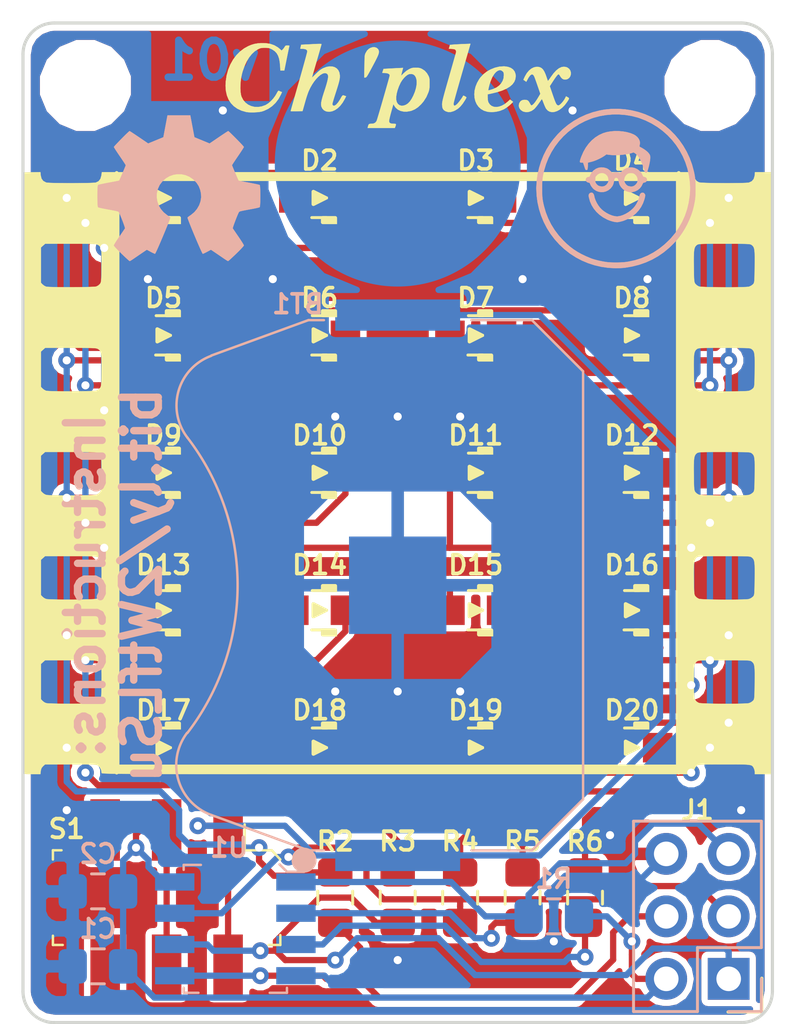
<source format=kicad_pcb>
(kicad_pcb (version 20171130) (host pcbnew "(5.0.2)-1")
  (layers (0 F.Cu signal) (31 B.Cu signal hide) (34 B.Paste user hide) (35 F.Paste user) (36 B.SilkS user hide) (37 F.SilkS user) (38 B.Mask user hide) (39 F.Mask user) (44 Edge.Cuts user))
  (net 0 "")
  (net 1 GND)
  (net 2 VDD)
  (net 3 P1)
  (net 4 P2)
  (net 5 P3)
  (net 6 P4)
  (net 7 P5)
  (net 8 MISO)
  (net 9 SCK)
  (net 10 MOSI)
  (net 11 ~RST)
  (net 12 "Net-(R5-Pad2)")
  (net 13 "Net-(R6-Pad2)")
  (net 14 "Net-(BT1-Pad1)")
  (net 15 "Net-(S1-Pad3)")
  (net 16 "Net-(S1-Pad6)")
  (module matrix_badge:chplex_logo (layer F.Cu) (at 142.24 78.74)
    (fp_text reference G*** hide)
    (fp_text value LOGO hide)
  )
  (module digikey-footprints:Switch_Slide_JS202011SCQN (layer F.Cu) (at 132.842 111.76 180)
    (fp_text reference S1 (at 4.064 2.794 180) (layer F.SilkS) (effects (font (size 0.762 0.762))))
    (fp_text value JS202011SCQN hide)
    (pad 3 smd rect (at 2.5 2.75 180) (size 1.2 2.5) (layers F.Cu F.Paste F.Mask) (net 15 "Net-(S1-Pad3)"))
    (pad 2 smd rect (at 0 2.75 180) (size 1.2 2.5) (layers F.Cu F.Paste F.Mask) (net 2 VDD))
    (pad 1 smd rect (at -2.5 2.75 180) (size 1.2 2.5) (layers F.Cu F.Paste F.Mask) (net 14 "Net-(BT1-Pad1)"))
    (pad 4 smd rect (at -2.5 -2.75 180) (size 1.2 2.5) (layers F.Cu F.Paste F.Mask) (net 14 "Net-(BT1-Pad1)"))
    (pad 5 smd rect (at 0 -2.75 180) (size 1.2 2.5) (layers F.Cu F.Paste F.Mask) (net 2 VDD))
    (pad 6 smd rect (at 2.5 -2.75 180) (size 1.2 2.5) (layers F.Cu F.Paste F.Mask) (net 16 "Net-(S1-Pad6)"))
  )
  (module Resistor_SMD:R_0805_2012Metric_Pad1.15x1.40mm_HandSolder (layer F.Cu) (at 149.86 111.76 270)
    (fp_text reference R6 (at -2.286 0) (layer F.SilkS) (effects (font (size 0.762 0.762))))
    (fp_text value 82)
    (pad 1 smd roundrect (at -1.025 0 270) (size 1.15 1.4) (layers F.Cu F.Paste F.Mask) (roundrect_rratio 0.217391) (net 7 P5))
    (pad 2 smd roundrect (at 1.025 0 270) (size 1.15 1.4) (layers F.Cu F.Paste F.Mask) (roundrect_rratio 0.217391) (net 13 "Net-(R6-Pad2)"))
  )
  (module Battery:BatteryHolder_Keystone_3034_1x20mm (layer B.Cu) (at 142.24 99.06 90)
    (fp_text reference BT1 (at 11.43 -4.064 180) (layer B.SilkS) (effects (font (size 0.762 0.762)) (justify mirror)))
    (fp_text value Battery_Cell hide)
    (pad 2 smd rect (at 0 0 90) (size 3.96 3.96) (layers B.Cu B.Paste B.Mask) (net 1 GND))
    (pad 1 smd rect (at 10.985 0 90) (size 1.27 5.08) (layers B.Cu B.Paste B.Mask) (net 14 "Net-(BT1-Pad1)"))
    (pad 1 smd rect (at -10.985 0 90) (size 1.27 5.08) (layers B.Cu B.Paste B.Mask) (net 14 "Net-(BT1-Pad1)"))
  )
  (module Capacitor_SMD:C_0805_2012Metric_Pad1.15x1.40mm_HandSolder (layer B.Cu) (at 130.048 114.554 180)
    (fp_text reference C1 (at 0 1.524 180) (layer B.SilkS) (effects (font (size 0.762 0.762)) (justify mirror)))
    (fp_text value 4.7uF hide)
    (pad 2 smd roundrect (at 1.025 0 180) (size 1.15 1.4) (layers B.Cu B.Paste B.Mask) (roundrect_rratio 0.217391) (net 1 GND))
    (pad 1 smd roundrect (at -1.025 0 180) (size 1.15 1.4) (layers B.Cu B.Paste B.Mask) (roundrect_rratio 0.217391) (net 2 VDD))
  )
  (module Capacitor_SMD:C_0805_2012Metric_Pad1.15x1.40mm_HandSolder (layer B.Cu) (at 130.048 111.506 180)
    (fp_text reference C2 (at 0 1.524 180) (layer B.SilkS) (effects (font (size 0.762 0.762)) (justify mirror)))
    (fp_text value 0.1uF hide)
    (pad 2 smd roundrect (at 1.025 0 180) (size 1.15 1.4) (layers B.Cu B.Paste B.Mask) (roundrect_rratio 0.217391) (net 1 GND))
    (pad 1 smd roundrect (at -1.025 0 180) (size 1.15 1.4) (layers B.Cu B.Paste B.Mask) (roundrect_rratio 0.217391) (net 2 VDD))
  )
  (module digikey-footprints:0805 (layer F.Cu) (at 132.715 83.312)
    (fp_text reference D1 (at 0 -1.524) (layer F.SilkS) (effects (font (size 0.762 0.762))))
    (fp_text value LTST-C171KRKT hide)
    (pad 1 smd rect (at -1.05 0) (size 1.2 1.2) (layers F.Cu F.Paste F.Mask) (net 3 P1))
    (pad 2 smd rect (at 1.05 0) (size 1.2 1.2) (layers F.Cu F.Paste F.Mask) (net 4 P2))
  )
  (module digikey-footprints:0805 (layer F.Cu) (at 139.065 83.312)
    (fp_text reference D2 (at 0 -1.524) (layer F.SilkS) (effects (font (size 0.762 0.762))))
    (fp_text value LTST-C171KRKT hide)
    (pad 2 smd rect (at 1.05 0) (size 1.2 1.2) (layers F.Cu F.Paste F.Mask) (net 5 P3))
    (pad 1 smd rect (at -1.05 0) (size 1.2 1.2) (layers F.Cu F.Paste F.Mask) (net 3 P1))
  )
  (module digikey-footprints:0805 (layer F.Cu) (at 145.415 83.312)
    (fp_text reference D3 (at 0 -1.524) (layer F.SilkS) (effects (font (size 0.762 0.762))))
    (fp_text value LTST-C171KRKT hide)
    (pad 1 smd rect (at -1.05 0) (size 1.2 1.2) (layers F.Cu F.Paste F.Mask) (net 3 P1))
    (pad 2 smd rect (at 1.05 0) (size 1.2 1.2) (layers F.Cu F.Paste F.Mask) (net 6 P4))
  )
  (module digikey-footprints:0805 (layer F.Cu) (at 151.765 83.312)
    (fp_text reference D4 (at 0 -1.524) (layer F.SilkS) (effects (font (size 0.762 0.762))))
    (fp_text value LTST-C171KRKT hide)
    (pad 2 smd rect (at 1.05 0) (size 1.2 1.2) (layers F.Cu F.Paste F.Mask) (net 7 P5))
    (pad 1 smd rect (at -1.05 0) (size 1.2 1.2) (layers F.Cu F.Paste F.Mask) (net 3 P1))
  )
  (module digikey-footprints:0805 (layer F.Cu) (at 132.715 88.9)
    (fp_text reference D5 (at 0 -1.524) (layer F.SilkS) (effects (font (size 0.762 0.762))))
    (fp_text value LTST-C171KRKT hide)
    (pad 2 smd rect (at 1.05 0) (size 1.2 1.2) (layers F.Cu F.Paste F.Mask) (net 3 P1))
    (pad 1 smd rect (at -1.05 0) (size 1.2 1.2) (layers F.Cu F.Paste F.Mask) (net 4 P2))
  )
  (module digikey-footprints:0805 (layer F.Cu) (at 139.065 88.9)
    (fp_text reference D6 (at 0 -1.524) (layer F.SilkS) (effects (font (size 0.762 0.762))))
    (fp_text value LTST-C171KRKT hide)
    (pad 1 smd rect (at -1.05 0) (size 1.2 1.2) (layers F.Cu F.Paste F.Mask) (net 4 P2))
    (pad 2 smd rect (at 1.05 0) (size 1.2 1.2) (layers F.Cu F.Paste F.Mask) (net 5 P3))
  )
  (module digikey-footprints:0805 (layer F.Cu) (at 145.415 88.9)
    (fp_text reference D7 (at 0 -1.524) (layer F.SilkS) (effects (font (size 0.762 0.762))))
    (fp_text value LTST-C171KRKT hide)
    (pad 2 smd rect (at 1.05 0) (size 1.2 1.2) (layers F.Cu F.Paste F.Mask) (net 6 P4))
    (pad 1 smd rect (at -1.05 0) (size 1.2 1.2) (layers F.Cu F.Paste F.Mask) (net 4 P2))
  )
  (module digikey-footprints:0805 (layer F.Cu) (at 151.765 88.9)
    (fp_text reference D8 (at 0 -1.524) (layer F.SilkS) (effects (font (size 0.762 0.762))))
    (fp_text value LTST-C171KRKT hide)
    (pad 1 smd rect (at -1.05 0) (size 1.2 1.2) (layers F.Cu F.Paste F.Mask) (net 4 P2))
    (pad 2 smd rect (at 1.05 0) (size 1.2 1.2) (layers F.Cu F.Paste F.Mask) (net 7 P5))
  )
  (module digikey-footprints:0805 (layer F.Cu) (at 132.715 94.488)
    (fp_text reference D9 (at 0 -1.524) (layer F.SilkS) (effects (font (size 0.762 0.762))))
    (fp_text value LTST-C171KRKT hide)
    (pad 2 smd rect (at 1.05 0) (size 1.2 1.2) (layers F.Cu F.Paste F.Mask) (net 3 P1))
    (pad 1 smd rect (at -1.05 0) (size 1.2 1.2) (layers F.Cu F.Paste F.Mask) (net 5 P3))
  )
  (module digikey-footprints:0805 (layer F.Cu) (at 139.065 94.488)
    (fp_text reference D10 (at 0 -1.524) (layer F.SilkS) (effects (font (size 0.762 0.762))))
    (fp_text value LTST-C171KRKT hide)
    (pad 1 smd rect (at -1.05 0) (size 1.2 1.2) (layers F.Cu F.Paste F.Mask) (net 5 P3))
    (pad 2 smd rect (at 1.05 0) (size 1.2 1.2) (layers F.Cu F.Paste F.Mask) (net 4 P2))
  )
  (module digikey-footprints:0805 (layer F.Cu) (at 145.415 94.488)
    (fp_text reference D11 (at 0 -1.524) (layer F.SilkS) (effects (font (size 0.762 0.762))))
    (fp_text value LTST-C171KRKT hide)
    (pad 2 smd rect (at 1.05 0) (size 1.2 1.2) (layers F.Cu F.Paste F.Mask) (net 6 P4))
    (pad 1 smd rect (at -1.05 0) (size 1.2 1.2) (layers F.Cu F.Paste F.Mask) (net 5 P3))
  )
  (module digikey-footprints:0805 (layer F.Cu) (at 151.765 94.488)
    (fp_text reference D12 (at 0 -1.524) (layer F.SilkS) (effects (font (size 0.762 0.762))))
    (fp_text value LTST-C171KRKT hide)
    (pad 1 smd rect (at -1.05 0) (size 1.2 1.2) (layers F.Cu F.Paste F.Mask) (net 5 P3))
    (pad 2 smd rect (at 1.05 0) (size 1.2 1.2) (layers F.Cu F.Paste F.Mask) (net 7 P5))
  )
  (module digikey-footprints:0805 (layer F.Cu) (at 132.715 100.076)
    (fp_text reference D13 (at 0 -1.84) (layer F.SilkS) (effects (font (size 0.762 0.762))))
    (fp_text value LTST-C171KRKT hide)
    (pad 2 smd rect (at 1.05 0) (size 1.2 1.2) (layers F.Cu F.Paste F.Mask) (net 3 P1))
    (pad 1 smd rect (at -1.05 0) (size 1.2 1.2) (layers F.Cu F.Paste F.Mask) (net 6 P4))
  )
  (module digikey-footprints:0805 (layer F.Cu) (at 139.065 100.076)
    (fp_text reference D14 (at 0 -1.84) (layer F.SilkS) (effects (font (size 0.762 0.762))))
    (fp_text value LTST-C171KRKT hide)
    (pad 1 smd rect (at -1.05 0) (size 1.2 1.2) (layers F.Cu F.Paste F.Mask) (net 6 P4))
    (pad 2 smd rect (at 1.05 0) (size 1.2 1.2) (layers F.Cu F.Paste F.Mask) (net 4 P2))
  )
  (module digikey-footprints:0805 (layer F.Cu) (at 145.415 100.076)
    (fp_text reference D15 (at 0 -1.84) (layer F.SilkS) (effects (font (size 0.762 0.762))))
    (fp_text value LTST-C171KRKT hide)
    (pad 2 smd rect (at 1.05 0) (size 1.2 1.2) (layers F.Cu F.Paste F.Mask) (net 5 P3))
    (pad 1 smd rect (at -1.05 0) (size 1.2 1.2) (layers F.Cu F.Paste F.Mask) (net 6 P4))
  )
  (module digikey-footprints:0805 (layer F.Cu) (at 151.765 100.076)
    (fp_text reference D16 (at 0 -1.84) (layer F.SilkS) (effects (font (size 0.762 0.762))))
    (fp_text value LTST-C171KRKT hide)
    (pad 1 smd rect (at -1.05 0) (size 1.2 1.2) (layers F.Cu F.Paste F.Mask) (net 6 P4))
    (pad 2 smd rect (at 1.05 0) (size 1.2 1.2) (layers F.Cu F.Paste F.Mask) (net 7 P5))
  )
  (module digikey-footprints:0805 (layer F.Cu) (at 132.715 105.664)
    (fp_text reference D17 (at 0 -1.524) (layer F.SilkS) (effects (font (size 0.762 0.762))))
    (fp_text value LTST-C171KRKT hide)
    (pad 2 smd rect (at 1.05 0) (size 1.2 1.2) (layers F.Cu F.Paste F.Mask) (net 3 P1))
    (pad 1 smd rect (at -1.05 0) (size 1.2 1.2) (layers F.Cu F.Paste F.Mask) (net 7 P5))
  )
  (module digikey-footprints:0805 (layer F.Cu) (at 139.065 105.664)
    (fp_text reference D18 (at 0 -1.524) (layer F.SilkS) (effects (font (size 0.762 0.762))))
    (fp_text value LTST-C171KRKT hide)
    (pad 1 smd rect (at -1.05 0) (size 1.2 1.2) (layers F.Cu F.Paste F.Mask) (net 7 P5))
    (pad 2 smd rect (at 1.05 0) (size 1.2 1.2) (layers F.Cu F.Paste F.Mask) (net 4 P2))
  )
  (module digikey-footprints:0805 (layer F.Cu) (at 145.415 105.664)
    (fp_text reference D19 (at 0 -1.524) (layer F.SilkS) (effects (font (size 0.762 0.762))))
    (fp_text value LTST-C171KRKT hide)
    (pad 2 smd rect (at 1.05 0) (size 1.2 1.2) (layers F.Cu F.Paste F.Mask) (net 5 P3))
    (pad 1 smd rect (at -1.05 0) (size 1.2 1.2) (layers F.Cu F.Paste F.Mask) (net 7 P5))
  )
  (module digikey-footprints:0805 (layer F.Cu) (at 151.765 105.664)
    (fp_text reference D20 (at 0 -1.524) (layer F.SilkS) (effects (font (size 0.762 0.762))))
    (fp_text value LTST-C171KRKT hide)
    (pad 1 smd rect (at -1.05 0) (size 1.2 1.2) (layers F.Cu F.Paste F.Mask) (net 7 P5))
    (pad 2 smd rect (at 1.05 0) (size 1.2 1.2) (layers F.Cu F.Paste F.Mask) (net 6 P4))
  )
  (module Connector_PinSocket_2.54mm:PinSocket_2x03_P2.54mm_Vertical (layer B.Cu) (at 155.702 115.062)
    (fp_text reference J1 (at -1.27 -6.858) (layer F.SilkS) (effects (font (size 0.762 0.762))))
    (fp_text value Conn_02x03_Odd_Even hide)
    (pad 1 thru_hole rect (at 0 0) (size 1.7 1.7) (drill 1) (layers *.Cu *.Mask) (net 8 MISO))
    (pad 2 thru_hole oval (at -2.54 0) (size 1.7 1.7) (drill 1) (layers *.Cu *.Mask) (net 2 VDD))
    (pad 3 thru_hole oval (at 0 -2.54) (size 1.7 1.7) (drill 1) (layers *.Cu *.Mask) (net 9 SCK))
    (pad 4 thru_hole oval (at -2.54 -2.54) (size 1.7 1.7) (drill 1) (layers *.Cu *.Mask) (net 10 MOSI))
    (pad 5 thru_hole oval (at 0 -5.08) (size 1.7 1.7) (drill 1) (layers *.Cu *.Mask) (net 11 ~RST))
    (pad 6 thru_hole oval (at -2.54 -5.08) (size 1.7 1.7) (drill 1) (layers *.Cu *.Mask) (net 1 GND))
  )
  (module Resistor_SMD:R_0805_2012Metric_Pad1.15x1.40mm_HandSolder (layer B.Cu) (at 148.59 112.522 180)
    (fp_text reference R1 (at 0 1.524 180) (layer B.SilkS) (effects (font (size 0.762 0.762)) (justify mirror)))
    (fp_text value 10k hide)
    (pad 1 smd roundrect (at -1.025 0 180) (size 1.15 1.4) (layers B.Cu B.Paste B.Mask) (roundrect_rratio 0.217391) (net 2 VDD))
    (pad 2 smd roundrect (at 1.025 0 180) (size 1.15 1.4) (layers B.Cu B.Paste B.Mask) (roundrect_rratio 0.217391) (net 11 ~RST))
  )
  (module Resistor_SMD:R_0805_2012Metric_Pad1.15x1.40mm_HandSolder (layer F.Cu) (at 139.7 111.76 270)
    (fp_text reference R2 (at -2.286 0) (layer F.SilkS) (effects (font (size 0.762 0.762))))
    (fp_text value 82 hide)
    (pad 1 smd roundrect (at -1.025 0 270) (size 1.15 1.4) (layers F.Cu F.Paste F.Mask) (roundrect_rratio 0.217391) (net 3 P1))
    (pad 2 smd roundrect (at 1.025 0 270) (size 1.15 1.4) (layers F.Cu F.Paste F.Mask) (roundrect_rratio 0.217391) (net 10 MOSI))
  )
  (module Resistor_SMD:R_0805_2012Metric_Pad1.15x1.40mm_HandSolder (layer F.Cu) (at 142.24 111.76 270)
    (fp_text reference R3 (at -2.286 0) (layer F.SilkS) (effects (font (size 0.762 0.762))))
    (fp_text value 82 hide)
    (pad 2 smd roundrect (at 1.025 0 270) (size 1.15 1.4) (layers F.Cu F.Paste F.Mask) (roundrect_rratio 0.217391) (net 8 MISO))
    (pad 1 smd roundrect (at -1.025 0 270) (size 1.15 1.4) (layers F.Cu F.Paste F.Mask) (roundrect_rratio 0.217391) (net 4 P2))
  )
  (module Resistor_SMD:R_0805_2012Metric_Pad1.15x1.40mm_HandSolder (layer F.Cu) (at 144.78 111.76 270)
    (fp_text reference R4 (at -2.286 0) (layer F.SilkS) (effects (font (size 0.762 0.762))))
    (fp_text value 82 hide)
    (pad 1 smd roundrect (at -1.025 0 270) (size 1.15 1.4) (layers F.Cu F.Paste F.Mask) (roundrect_rratio 0.217391) (net 5 P3))
    (pad 2 smd roundrect (at 1.025 0 270) (size 1.15 1.4) (layers F.Cu F.Paste F.Mask) (roundrect_rratio 0.217391) (net 9 SCK))
  )
  (module Resistor_SMD:R_0805_2012Metric_Pad1.15x1.40mm_HandSolder (layer F.Cu) (at 147.32 111.76 270)
    (fp_text reference R5 (at -2.286 0) (layer F.SilkS) (effects (font (size 0.762 0.762))))
    (fp_text value 82 hide)
    (pad 2 smd roundrect (at 1.025 0 270) (size 1.15 1.4) (layers F.Cu F.Paste F.Mask) (roundrect_rratio 0.217391) (net 12 "Net-(R5-Pad2)"))
    (pad 1 smd roundrect (at -1.025 0 270) (size 1.15 1.4) (layers F.Cu F.Paste F.Mask) (roundrect_rratio 0.217391) (net 6 P4))
  )
  (module digikey-footprints:SOIC-8_W5.3mm (layer B.Cu) (at 135.636 113.03 180)
    (fp_text reference U1 (at 0.254 3.302 180) (layer B.SilkS) (effects (font (size 0.762 0.762)) (justify mirror)))
    (fp_text value ATTINY85-20SU hide)
    (pad 3 smd rect (at -2.465 -0.635 180) (size 1.6 0.7) (layers B.Cu B.Paste B.Mask) (net 13 "Net-(R6-Pad2)"))
    (pad 2 smd rect (at -2.465 0.635 180) (size 1.6 0.7) (layers B.Cu B.Paste B.Mask) (net 12 "Net-(R5-Pad2)"))
    (pad 4 smd rect (at -2.465 -1.905 180) (size 1.6 0.7) (layers B.Cu B.Paste B.Mask) (net 1 GND))
    (pad 1 smd rect (at -2.465 1.905 180) (size 1.6 0.7) (layers B.Cu B.Paste B.Mask) (net 11 ~RST))
    (pad 5 smd rect (at 2.465 -1.905 180) (size 1.6 0.7) (layers B.Cu B.Paste B.Mask) (net 10 MOSI))
    (pad 6 smd rect (at 2.465 -0.635 180) (size 1.6 0.7) (layers B.Cu B.Paste B.Mask) (net 8 MISO))
    (pad 7 smd rect (at 2.465 0.635 180) (size 1.6 0.7) (layers B.Cu B.Paste B.Mask) (net 9 SCK))
    (pad 8 smd rect (at 2.465 1.905 180) (size 1.6 0.7) (layers B.Cu B.Paste B.Mask) (net 2 VDD))
  )
  (module matrix_badge:pin_10mm (layer B.Cu) (at 142.24 81.915 90)
    (fp_text reference REF** hide)
    (fp_text value pin_10mm hide)
    (pad PIN smd circle (at 0 0 90) (size 10 10) (layers B.Cu B.Paste B.Mask))
  )
  (module MountingHole:MountingHole_3.2mm_M3 (layer F.Cu) (at 129.54 78.74)
    (fp_text reference REF** hide)
    (fp_text value MountingHole_3.2mm_M3 hide)
    (pad 1 np_thru_hole circle (at 0 0) (size 3.2 3.2) (drill 3.2) (layers *.Cu *.Mask))
  )
  (module MountingHole:MountingHole_3.2mm_M3 (layer F.Cu) (at 154.94 78.74)
    (fp_text reference REF** hide)
    (fp_text value MountingHole_3.2mm_M3 hide)
    (pad 1 np_thru_hole circle (at 0 0) (size 3.2 3.2) (drill 3.2) (layers *.Cu *.Mask))
  )
  (module Symbol:OSHW-Symbol_6.7x6mm_SilkScreen (layer B.Cu) (at 133.35 82.931 180)
    (fp_text reference REF** hide)
    (fp_text value OSHW-Symbol_6.7x6mm_SilkScreen hide)
  )
  (module matrix_badge:shawn_logo_silk (layer B.Cu) (at 151.13 82.931 180)
    (fp_text reference G*** hide)
    (fp_text value LOGO hide)
  )
  (module matrix_badge:shawn_logo_copper (layer B.Cu) (at 151.1554 84.8614 180)
    (fp_text reference G*** hide)
    (fp_text value LOGO hide)
  )
  (module matrix_badge:border_film (layer F.Cu) (at 142.24 94.488)
    (fp_text reference G*** hide)
    (fp_text value LOGO hide)
  )
  (gr_line (start 153.67 106.68) (end 153.67 82.296) (layer F.SilkS) (width 0.15))
  (gr_line (start 153.924 82.55) (end 130.556 82.55) (layer F.SilkS) (width 0.15))
  (gr_text v01 (at 134.62 77.724) (layer B.Cu) (effects (font (size 1.5 1.5) (thickness 0.3)) (justify mirror)))
  (gr_text Instructions: (at 129.54 99.06 90) (layer B.SilkS) (effects (font (size 1.5 1.5) (thickness 0.3)) (justify mirror)))
  (gr_text bit.ly/2WtfLSu (at 131.826 99.06 90) (layer B.SilkS) (effects (font (size 1.5 1.5) (thickness 0.3)) (justify mirror)))
  (gr_line (start 157.0482 116.332) (end 157.0482 115.0366) (layer F.SilkS) (width 0.127))
  (gr_line (start 156.972 116.4082) (end 157.0482 116.332) (layer F.SilkS) (width 0.127))
  (gr_line (start 155.6766 116.4082) (end 156.972 116.4082) (layer F.SilkS) (width 0.127))
  (gr_poly (pts (xy 132.842 104.8512) (xy 133.35 104.8512) (xy 133.35 104.6734) (xy 132.842 104.6734)) (layer F.SilkS) (width 0.15))
  (gr_poly (pts (xy 145.161 105.41) (xy 145.669 105.664) (xy 145.161 105.918)) (layer F.SilkS) (width 0.15))
  (gr_poly (pts (xy 132.461 105.41) (xy 132.969 105.664) (xy 132.461 105.918)) (layer F.SilkS) (width 0.15))
  (gr_poly (pts (xy 138.811 105.41) (xy 139.319 105.664) (xy 138.811 105.918)) (layer F.SilkS) (width 0.15))
  (gr_poly (pts (xy 145.542 104.8512) (xy 146.05 104.8512) (xy 146.05 104.6734) (xy 145.542 104.6734)) (layer F.SilkS) (width 0.15))
  (gr_poly (pts (xy 145.542 106.6546) (xy 146.05 106.6546) (xy 146.05 106.4768) (xy 145.542 106.4768)) (layer F.SilkS) (width 0.15))
  (gr_poly (pts (xy 151.892 106.6546) (xy 152.4 106.6546) (xy 152.4 106.4768) (xy 151.892 106.4768)) (layer F.SilkS) (width 0.15))
  (gr_poly (pts (xy 132.842 106.6546) (xy 133.35 106.6546) (xy 133.35 106.4768) (xy 132.842 106.4768)) (layer F.SilkS) (width 0.15))
  (gr_poly (pts (xy 151.511 105.41) (xy 152.019 105.664) (xy 151.511 105.918)) (layer F.SilkS) (width 0.15))
  (gr_poly (pts (xy 139.192 106.6546) (xy 139.7 106.6546) (xy 139.7 106.4768) (xy 139.192 106.4768)) (layer F.SilkS) (width 0.15))
  (gr_poly (pts (xy 151.892 104.8512) (xy 152.4 104.8512) (xy 152.4 104.6734) (xy 151.892 104.6734)) (layer F.SilkS) (width 0.15))
  (gr_poly (pts (xy 139.192 104.8512) (xy 139.7 104.8512) (xy 139.7 104.6734) (xy 139.192 104.6734)) (layer F.SilkS) (width 0.15))
  (gr_poly (pts (xy 132.842 99.2632) (xy 133.35 99.2632) (xy 133.35 99.0854) (xy 132.842 99.0854)) (layer F.SilkS) (width 0.15))
  (gr_poly (pts (xy 145.161 99.822) (xy 145.669 100.076) (xy 145.161 100.33)) (layer F.SilkS) (width 0.15))
  (gr_poly (pts (xy 132.461 99.822) (xy 132.969 100.076) (xy 132.461 100.33)) (layer F.SilkS) (width 0.15))
  (gr_poly (pts (xy 138.811 99.822) (xy 139.319 100.076) (xy 138.811 100.33)) (layer F.SilkS) (width 0.15))
  (gr_poly (pts (xy 145.542 99.2632) (xy 146.05 99.2632) (xy 146.05 99.0854) (xy 145.542 99.0854)) (layer F.SilkS) (width 0.15))
  (gr_poly (pts (xy 145.542 101.0666) (xy 146.05 101.0666) (xy 146.05 100.8888) (xy 145.542 100.8888)) (layer F.SilkS) (width 0.15))
  (gr_poly (pts (xy 151.892 101.0666) (xy 152.4 101.0666) (xy 152.4 100.8888) (xy 151.892 100.8888)) (layer F.SilkS) (width 0.15))
  (gr_poly (pts (xy 132.842 101.0666) (xy 133.35 101.0666) (xy 133.35 100.8888) (xy 132.842 100.8888)) (layer F.SilkS) (width 0.15))
  (gr_poly (pts (xy 151.511 99.822) (xy 152.019 100.076) (xy 151.511 100.33)) (layer F.SilkS) (width 0.15))
  (gr_poly (pts (xy 139.192 101.0666) (xy 139.7 101.0666) (xy 139.7 100.8888) (xy 139.192 100.8888)) (layer F.SilkS) (width 0.15))
  (gr_poly (pts (xy 151.892 99.2632) (xy 152.4 99.2632) (xy 152.4 99.0854) (xy 151.892 99.0854)) (layer F.SilkS) (width 0.15))
  (gr_poly (pts (xy 139.192 99.2632) (xy 139.7 99.2632) (xy 139.7 99.0854) (xy 139.192 99.0854)) (layer F.SilkS) (width 0.15))
  (gr_poly (pts (xy 132.842 93.6752) (xy 133.35 93.6752) (xy 133.35 93.4974) (xy 132.842 93.4974)) (layer F.SilkS) (width 0.15))
  (gr_poly (pts (xy 145.161 94.234) (xy 145.669 94.488) (xy 145.161 94.742)) (layer F.SilkS) (width 0.15))
  (gr_poly (pts (xy 132.461 94.234) (xy 132.969 94.488) (xy 132.461 94.742)) (layer F.SilkS) (width 0.15))
  (gr_poly (pts (xy 138.811 94.234) (xy 139.319 94.488) (xy 138.811 94.742)) (layer F.SilkS) (width 0.15))
  (gr_poly (pts (xy 145.542 93.6752) (xy 146.05 93.6752) (xy 146.05 93.4974) (xy 145.542 93.4974)) (layer F.SilkS) (width 0.15))
  (gr_poly (pts (xy 145.542 95.4786) (xy 146.05 95.4786) (xy 146.05 95.3008) (xy 145.542 95.3008)) (layer F.SilkS) (width 0.15))
  (gr_poly (pts (xy 151.892 95.4786) (xy 152.4 95.4786) (xy 152.4 95.3008) (xy 151.892 95.3008)) (layer F.SilkS) (width 0.15))
  (gr_poly (pts (xy 132.842 95.4786) (xy 133.35 95.4786) (xy 133.35 95.3008) (xy 132.842 95.3008)) (layer F.SilkS) (width 0.15))
  (gr_poly (pts (xy 151.511 94.234) (xy 152.019 94.488) (xy 151.511 94.742)) (layer F.SilkS) (width 0.15))
  (gr_poly (pts (xy 139.192 95.4786) (xy 139.7 95.4786) (xy 139.7 95.3008) (xy 139.192 95.3008)) (layer F.SilkS) (width 0.15))
  (gr_poly (pts (xy 151.892 93.6752) (xy 152.4 93.6752) (xy 152.4 93.4974) (xy 151.892 93.4974)) (layer F.SilkS) (width 0.15))
  (gr_poly (pts (xy 139.192 93.6752) (xy 139.7 93.6752) (xy 139.7 93.4974) (xy 139.192 93.4974)) (layer F.SilkS) (width 0.15))
  (gr_poly (pts (xy 132.842 88.0872) (xy 133.35 88.0872) (xy 133.35 87.9094) (xy 132.842 87.9094)) (layer F.SilkS) (width 0.15))
  (gr_poly (pts (xy 145.161 88.646) (xy 145.669 88.9) (xy 145.161 89.154)) (layer F.SilkS) (width 0.15))
  (gr_poly (pts (xy 132.461 88.646) (xy 132.969 88.9) (xy 132.461 89.154)) (layer F.SilkS) (width 0.15))
  (gr_poly (pts (xy 138.811 88.646) (xy 139.319 88.9) (xy 138.811 89.154)) (layer F.SilkS) (width 0.15))
  (gr_poly (pts (xy 145.542 88.0872) (xy 146.05 88.0872) (xy 146.05 87.9094) (xy 145.542 87.9094)) (layer F.SilkS) (width 0.15))
  (gr_poly (pts (xy 145.542 89.8906) (xy 146.05 89.8906) (xy 146.05 89.7128) (xy 145.542 89.7128)) (layer F.SilkS) (width 0.15))
  (gr_poly (pts (xy 151.892 89.8906) (xy 152.4 89.8906) (xy 152.4 89.7128) (xy 151.892 89.7128)) (layer F.SilkS) (width 0.15))
  (gr_poly (pts (xy 132.842 89.8906) (xy 133.35 89.8906) (xy 133.35 89.7128) (xy 132.842 89.7128)) (layer F.SilkS) (width 0.15))
  (gr_poly (pts (xy 151.511 88.646) (xy 152.019 88.9) (xy 151.511 89.154)) (layer F.SilkS) (width 0.15))
  (gr_poly (pts (xy 139.192 89.8906) (xy 139.7 89.8906) (xy 139.7 89.7128) (xy 139.192 89.7128)) (layer F.SilkS) (width 0.15))
  (gr_poly (pts (xy 151.892 88.0872) (xy 152.4 88.0872) (xy 152.4 87.9094) (xy 151.892 87.9094)) (layer F.SilkS) (width 0.15))
  (gr_poly (pts (xy 139.192 88.0872) (xy 139.7 88.0872) (xy 139.7 87.9094) (xy 139.192 87.9094)) (layer F.SilkS) (width 0.15))
  (gr_poly (pts (xy 151.511 83.058) (xy 152.019 83.312) (xy 151.511 83.566)) (layer F.SilkS) (width 0.15))
  (gr_poly (pts (xy 145.161 83.058) (xy 145.669 83.312) (xy 145.161 83.566)) (layer F.SilkS) (width 0.15))
  (gr_poly (pts (xy 138.811 83.058) (xy 139.319 83.312) (xy 138.811 83.566)) (layer F.SilkS) (width 0.15))
  (gr_poly (pts (xy 132.461 83.058) (xy 132.969 83.312) (xy 132.461 83.566)) (layer F.SilkS) (width 0.15))
  (gr_poly (pts (xy 151.892 82.4992) (xy 152.4 82.4992) (xy 152.4 82.3214) (xy 151.892 82.3214)) (layer F.SilkS) (width 0.15))
  (gr_poly (pts (xy 151.892 84.3026) (xy 152.4 84.3026) (xy 152.4 84.1248) (xy 151.892 84.1248)) (layer F.SilkS) (width 0.15))
  (gr_poly (pts (xy 145.542 82.4992) (xy 146.05 82.4992) (xy 146.05 82.3214) (xy 145.542 82.3214)) (layer F.SilkS) (width 0.15))
  (gr_poly (pts (xy 145.542 84.3026) (xy 146.05 84.3026) (xy 146.05 84.1248) (xy 145.542 84.1248)) (layer F.SilkS) (width 0.15))
  (gr_poly (pts (xy 139.192 82.4992) (xy 139.7 82.4992) (xy 139.7 82.3214) (xy 139.192 82.3214)) (layer F.SilkS) (width 0.15))
  (gr_poly (pts (xy 139.192 84.3026) (xy 139.7 84.3026) (xy 139.7 84.1248) (xy 139.192 84.1248)) (layer F.SilkS) (width 0.15))
  (gr_poly (pts (xy 132.842 84.3026) (xy 133.35 84.3026) (xy 133.35 84.1248) (xy 132.842 84.1248)) (layer F.SilkS) (width 0.15))
  (gr_poly (pts (xy 132.842 82.4992) (xy 133.35 82.4992) (xy 133.35 82.3214) (xy 132.842 82.3214)) (layer F.SilkS) (width 0.15))
  (gr_circle (center 138.43 110.236) (end 138.43 110.236) (layer B.SilkS) (width 0.508))
  (gr_arc (start 156.21 77.47) (end 157.48 77.47) (angle -90) (layer Edge.Cuts) (width 0.127))
  (gr_arc (start 128.27 77.47) (end 128.27 76.2) (angle -90) (layer Edge.Cuts) (width 0.127))
  (gr_arc (start 128.27 115.57) (end 127 115.57) (angle -90) (layer Edge.Cuts) (width 0.127))
  (gr_line (start 127 77.47) (end 127 115.57) (layer Edge.Cuts) (width 0.127))
  (gr_arc (start 156.21 115.57) (end 156.21 116.84) (angle -90) (layer Edge.Cuts) (width 0.127))
  (gr_line (start 128.27 116.84) (end 156.21 116.84) (layer Edge.Cuts) (width 0.127))
  (gr_line (start 130.81 106.68) (end 130.81 82.296) (layer F.SilkS) (width 0.15))
  (gr_line (start 153.924 106.426) (end 130.556 106.426) (layer F.SilkS) (width 0.15))
  (gr_line (start 157.48 77.47) (end 157.48 115.57) (layer Edge.Cuts) (width 0.127))
  (gr_line (start 128.27 76.2) (end 156.21 76.2) (layer Edge.Cuts) (width 0.127))
  (via (at 142.24 114.3) (size 0.6858) (drill 0.3302) (layers F.Cu B.Cu) (net 1))
  (via (at 156.21 108.204) (size 0.6858) (drill 0.3302) (layers F.Cu B.Cu) (net 1))
  (via (at 150.876 109.22) (size 0.6858) (drill 0.3302) (layers F.Cu B.Cu) (net 1))
  (via (at 149.352 79.756) (size 0.6858) (drill 0.3302) (layers F.Cu B.Cu) (net 1))
  (via (at 135.128 79.756) (size 0.6858) (drill 0.3302) (layers F.Cu B.Cu) (net 1))
  (via (at 144.78 103.378) (size 0.6858) (drill 0.3302) (layers F.Cu B.Cu) (net 1))
  (via (at 139.7 103.378) (size 0.6858) (drill 0.3302) (layers F.Cu B.Cu) (net 1))
  (via (at 142.24 103.378) (size 0.6858) (drill 0.3302) (layers F.Cu B.Cu) (net 1))
  (via (at 142.24 92.202) (size 0.6858) (drill 0.3302) (layers F.Cu B.Cu) (net 1))
  (via (at 139.7 92.202) (size 0.6858) (drill 0.3302) (layers F.Cu B.Cu) (net 1))
  (via (at 144.78 92.202) (size 0.6858) (drill 0.3302) (layers F.Cu B.Cu) (net 1))
  (via (at 147.32 86.614) (size 0.6858) (drill 0.3302) (layers F.Cu B.Cu) (net 1))
  (via (at 137.16 86.614) (size 0.6858) (drill 0.3302) (layers F.Cu B.Cu) (net 1))
  (via (at 132.08 86.614) (size 0.6858) (drill 0.3302) (layers F.Cu B.Cu) (net 1))
  (via (at 152.4 86.614) (size 0.6858) (drill 0.3302) (layers F.Cu B.Cu) (net 1))
  (via (at 128.778 108.204) (size 0.6858) (drill 0.3302) (layers F.Cu B.Cu) (net 1))
  (segment (start 148.890644 111.44099) (end 148.59 111.741634) (width 0.254) (layer B.Cu) (net 1))
  (segment (start 153.162 109.982) (end 151.70301 111.44099) (width 0.254) (layer B.Cu) (net 1))
  (segment (start 151.70301 111.44099) (end 148.890644 111.44099) (width 0.254) (layer B.Cu) (net 1))
  (segment (start 148.59 111.741634) (end 148.59 113.164386) (width 0.254) (layer B.Cu) (net 1))
  (segment (start 139.263626 114.935) (end 139.517626 115.189) (width 0.254) (layer B.Cu) (net 1))
  (segment (start 138.101 114.935) (end 139.263626 114.935) (width 0.254) (layer B.Cu) (net 1))
  (segment (start 141.351 115.189) (end 142.24 114.3) (width 0.254) (layer B.Cu) (net 1))
  (segment (start 139.517626 115.189) (end 141.351 115.189) (width 0.254) (layer B.Cu) (net 1))
  (segment (start 148.59 113.164386) (end 148.59 113.164386) (width 0.254) (layer B.Cu) (net 1))
  (via (at 148.59 113.538) (size 0.6858) (drill 0.3302) (layers F.Cu B.Cu) (net 1))
  (segment (start 142.24 99.06) (end 142.24 103.378) (width 0.508) (layer B.Cu) (net 1))
  (segment (start 142.24 99.06) (end 142.24 92.202) (width 0.508) (layer B.Cu) (net 1))
  (segment (start 142.24 99.06) (end 147.32 99.06) (width 0.508) (layer B.Cu) (net 1))
  (segment (start 142.24 99.06) (end 137.16 99.06) (width 0.508) (layer B.Cu) (net 1))
  (via (at 131.5974 109.728) (size 0.6858) (drill 0.3302) (layers F.Cu B.Cu) (net 2))
  (segment (start 131.073 111.506) (end 131.073 114.554) (width 0.254) (layer B.Cu) (net 2))
  (segment (start 132.798 108.966) (end 132.842 109.01) (width 0.254) (layer F.Cu) (net 2))
  (segment (start 132.842 110.514) (end 132.842 114.51) (width 0.254) (layer F.Cu) (net 2))
  (segment (start 132.842 109.01) (end 132.842 110.514) (width 0.254) (layer F.Cu) (net 2))
  (segment (start 132.842 109.01) (end 132.1122 109.01) (width 0.254) (layer F.Cu) (net 2))
  (segment (start 131.776585 109.01) (end 132.1122 109.01) (width 0.254) (layer F.Cu) (net 2))
  (segment (start 131.5974 109.189185) (end 131.776585 109.01) (width 0.254) (layer F.Cu) (net 2))
  (segment (start 131.5974 109.728) (end 131.5974 109.189185) (width 0.254) (layer F.Cu) (net 2))
  (segment (start 131.073 110.2524) (end 131.5974 109.728) (width 0.254) (layer B.Cu) (net 2))
  (segment (start 131.073 111.506) (end 131.073 110.2524) (width 0.254) (layer B.Cu) (net 2))
  (segment (start 132.1054 110.236) (end 131.5974 109.728) (width 0.254) (layer B.Cu) (net 2))
  (segment (start 132.1054 110.5154) (end 132.1054 110.236) (width 0.254) (layer B.Cu) (net 2))
  (segment (start 133.171 111.125) (end 132.715 111.125) (width 0.254) (layer B.Cu) (net 2))
  (segment (start 132.715 111.125) (end 132.1054 110.5154) (width 0.254) (layer B.Cu) (net 2))
  (segment (start 131.073 114.554) (end 132.343 115.824) (width 0.254) (layer B.Cu) (net 2))
  (segment (start 132.343 115.824) (end 152.4 115.824) (width 0.254) (layer B.Cu) (net 2))
  (segment (start 149.615 112.522) (end 150.749 112.522) (width 0.254) (layer B.Cu) (net 2))
  (via (at 151.765 113.538) (size 0.6858) (drill 0.3302) (layers F.Cu B.Cu) (net 2))
  (segment (start 151.765 114.867081) (end 151.765 114.076815) (width 0.254) (layer F.Cu) (net 2))
  (segment (start 151.765 114.076815) (end 151.765 113.538) (width 0.254) (layer F.Cu) (net 2))
  (segment (start 151.959919 115.062) (end 151.765 114.867081) (width 0.254) (layer F.Cu) (net 2))
  (segment (start 153.162 115.062) (end 151.959919 115.062) (width 0.254) (layer F.Cu) (net 2))
  (segment (start 152.4 115.824) (end 153.162 115.062) (width 0.254) (layer B.Cu) (net 2))
  (segment (start 150.749 112.522) (end 151.765 113.538) (width 0.254) (layer B.Cu) (net 2))
  (via (at 136.6012 109.728) (size 0.6858) (drill 0.3302) (layers F.Cu B.Cu) (net 3))
  (segment (start 150.715 82.458) (end 150.553 82.296) (width 0.254) (layer F.Cu) (net 3))
  (segment (start 150.715 83.312) (end 150.715 82.458) (width 0.254) (layer F.Cu) (net 3))
  (segment (start 133.765 106.518) (end 133.603 106.68) (width 0.254) (layer F.Cu) (net 3))
  (segment (start 133.765 105.664) (end 133.765 106.518) (width 0.254) (layer F.Cu) (net 3))
  (via (at 128.778 105.664) (size 0.6858) (drill 0.3302) (layers F.Cu B.Cu) (net 3))
  (segment (start 133.765 100.93) (end 133.603 101.092) (width 0.254) (layer F.Cu) (net 3))
  (segment (start 133.765 100.076) (end 133.765 100.93) (width 0.254) (layer F.Cu) (net 3))
  (segment (start 133.603 101.092) (end 130.795198 101.092) (width 0.254) (layer F.Cu) (net 3))
  (via (at 128.778 101.092) (size 0.6858) (drill 0.3302) (layers F.Cu B.Cu) (net 3))
  (segment (start 130.795198 101.092) (end 128.778 101.092) (width 0.254) (layer F.Cu) (net 3))
  (segment (start 128.778 101.092) (end 128.778 104.648) (width 0.254) (layer B.Cu) (net 3))
  (segment (start 133.765 95.342) (end 133.603 95.504) (width 0.254) (layer F.Cu) (net 3))
  (segment (start 133.765 94.488) (end 133.765 95.342) (width 0.254) (layer F.Cu) (net 3))
  (via (at 128.778 95.504) (size 0.6858) (drill 0.3302) (layers F.Cu B.Cu) (net 3))
  (segment (start 133.603 95.504) (end 128.778 95.504) (width 0.254) (layer F.Cu) (net 3))
  (segment (start 128.778 95.504) (end 128.778 101.092) (width 0.254) (layer B.Cu) (net 3))
  (segment (start 133.765 89.754) (end 133.603 89.916) (width 0.254) (layer F.Cu) (net 3))
  (segment (start 133.765 88.9) (end 133.765 89.754) (width 0.254) (layer F.Cu) (net 3))
  (via (at 128.778 89.916) (size 0.6858) (drill 0.3302) (layers F.Cu B.Cu) (net 3))
  (segment (start 133.603 89.916) (end 128.778 89.916) (width 0.254) (layer F.Cu) (net 3))
  (segment (start 128.778 89.916) (end 128.778 95.504) (width 0.254) (layer B.Cu) (net 3))
  (segment (start 128.778 105.664) (end 129.794 105.664) (width 0.254) (layer F.Cu) (net 3))
  (segment (start 130.81 106.68) (end 133.603 106.68) (width 0.254) (layer F.Cu) (net 3))
  (segment (start 129.794 105.664) (end 130.81 106.68) (width 0.254) (layer F.Cu) (net 3))
  (segment (start 128.778 104.648) (end 128.778 105.664) (width 0.254) (layer B.Cu) (net 3))
  (segment (start 131.66598 82.45702) (end 131.66598 82.296) (width 0.254) (layer F.Cu) (net 3))
  (segment (start 131.665 82.458) (end 131.66598 82.45702) (width 0.254) (layer F.Cu) (net 3))
  (segment (start 131.665 83.312) (end 131.665 82.458) (width 0.254) (layer F.Cu) (net 3))
  (segment (start 138.01598 82.45702) (end 138.01598 82.296) (width 0.254) (layer F.Cu) (net 3))
  (segment (start 138.015 82.458) (end 138.01598 82.45702) (width 0.254) (layer F.Cu) (net 3))
  (segment (start 138.015 83.312) (end 138.015 82.458) (width 0.254) (layer F.Cu) (net 3))
  (segment (start 131.66598 82.296) (end 138.01598 82.296) (width 0.254) (layer F.Cu) (net 3))
  (segment (start 144.365 82.29756) (end 144.36344 82.296) (width 0.254) (layer F.Cu) (net 3))
  (segment (start 144.365 83.312) (end 144.365 82.29756) (width 0.254) (layer F.Cu) (net 3))
  (segment (start 138.01598 82.296) (end 144.36344 82.296) (width 0.254) (layer F.Cu) (net 3))
  (segment (start 144.36344 82.296) (end 150.553 82.296) (width 0.254) (layer F.Cu) (net 3))
  (segment (start 128.778 83.312) (end 128.778 89.916) (width 0.254) (layer B.Cu) (net 3))
  (via (at 128.778 83.312) (size 0.6858) (drill 0.3302) (layers F.Cu B.Cu) (net 3))
  (segment (start 128.778 83.312) (end 129.794 82.296) (width 0.254) (layer F.Cu) (net 3))
  (segment (start 129.794 82.296) (end 131.66598 82.296) (width 0.254) (layer F.Cu) (net 3))
  (segment (start 138.296762 110.735) (end 139.7 110.735) (width 0.254) (layer F.Cu) (net 3))
  (segment (start 138.160761 110.871001) (end 138.296762 110.735) (width 0.254) (layer F.Cu) (net 3))
  (segment (start 137.205386 110.871001) (end 138.160761 110.871001) (width 0.254) (layer F.Cu) (net 3))
  (segment (start 136.6012 110.266815) (end 137.205386 110.871001) (width 0.254) (layer F.Cu) (net 3))
  (segment (start 136.6012 109.728) (end 136.6012 110.266815) (width 0.254) (layer F.Cu) (net 3))
  (segment (start 129.174238 107.442) (end 128.778 107.045762) (width 0.254) (layer B.Cu) (net 3))
  (segment (start 128.778 107.045762) (end 128.778 105.664) (width 0.254) (layer B.Cu) (net 3))
  (segment (start 132.588 107.442) (end 129.174238 107.442) (width 0.254) (layer B.Cu) (net 3))
  (segment (start 136.036985 109.728) (end 135.909985 109.601) (width 0.254) (layer B.Cu) (net 3))
  (segment (start 136.5758 109.728) (end 136.036985 109.728) (width 0.254) (layer B.Cu) (net 3))
  (segment (start 135.909985 109.601) (end 133.746239 109.601001) (width 0.254) (layer B.Cu) (net 3))
  (segment (start 133.746239 109.601001) (end 133.35 109.204762) (width 0.254) (layer B.Cu) (net 3))
  (segment (start 133.35 109.204762) (end 133.35 108.204) (width 0.254) (layer B.Cu) (net 3))
  (segment (start 133.35 108.204) (end 132.588 107.442) (width 0.254) (layer B.Cu) (net 3))
  (via (at 129.54 106.68) (size 0.6858) (drill 0.3302) (layers F.Cu B.Cu) (net 4))
  (via (at 129.54 84.328) (size 0.6858) (drill 0.3302) (layers F.Cu B.Cu) (net 4))
  (segment (start 150.715 88.9) (end 150.715 88.046) (width 0.254) (layer F.Cu) (net 4))
  (segment (start 150.715 88.046) (end 150.553 87.884) (width 0.254) (layer F.Cu) (net 4))
  (segment (start 130.078815 84.328) (end 129.54 84.328) (width 0.254) (layer F.Cu) (net 4))
  (segment (start 133.765 84.166) (end 133.603 84.328) (width 0.254) (layer F.Cu) (net 4))
  (segment (start 133.765 83.312) (end 133.765 84.166) (width 0.254) (layer F.Cu) (net 4))
  (segment (start 129.54 103.632) (end 129.54 106.68) (width 0.254) (layer B.Cu) (net 4))
  (segment (start 129.54 84.328) (end 129.54 90.932) (width 0.254) (layer B.Cu) (net 4))
  (segment (start 130.04801 107.18801) (end 133.85799 107.18801) (width 0.254) (layer F.Cu) (net 4))
  (segment (start 129.54 106.68) (end 130.04801 107.18801) (width 0.254) (layer F.Cu) (net 4))
  (segment (start 133.85799 107.18801) (end 133.858 107.188) (width 0.254) (layer F.Cu) (net 4))
  (segment (start 133.858 107.188) (end 139.7 107.188) (width 0.254) (layer F.Cu) (net 4))
  (segment (start 142.24 110.735) (end 142.24 109.474) (width 0.254) (layer F.Cu) (net 4))
  (segment (start 142.24 109.474) (end 140.115 107.349) (width 0.254) (layer F.Cu) (net 4))
  (segment (start 139.7 107.188) (end 140.115 107.188) (width 0.254) (layer F.Cu) (net 4))
  (segment (start 140.115 107.349) (end 140.115 107.188) (width 0.254) (layer F.Cu) (net 4))
  (segment (start 140.115 107.188) (end 140.115 105.664) (width 0.254) (layer F.Cu) (net 4))
  (segment (start 129.54 90.932) (end 129.54 96.52) (width 0.254) (layer B.Cu) (net 4))
  (segment (start 129.54 96.52) (end 129.54 102.108) (width 0.254) (layer B.Cu) (net 4))
  (via (at 129.54 96.52) (size 0.6858) (drill 0.3302) (layers F.Cu B.Cu) (net 4))
  (segment (start 129.54 102.108) (end 129.54 103.632) (width 0.254) (layer B.Cu) (net 4))
  (via (at 129.54 102.108) (size 0.6858) (drill 0.3302) (layers F.Cu B.Cu) (net 4))
  (segment (start 130.078815 96.52) (end 129.54 96.52) (width 0.254) (layer F.Cu) (net 4))
  (segment (start 138.937 96.52) (end 130.078815 96.52) (width 0.254) (layer F.Cu) (net 4))
  (segment (start 140.115 95.342) (end 138.937 96.52) (width 0.254) (layer F.Cu) (net 4))
  (segment (start 140.115 94.488) (end 140.115 95.342) (width 0.254) (layer F.Cu) (net 4))
  (segment (start 130.078815 102.108) (end 129.54 102.108) (width 0.254) (layer F.Cu) (net 4))
  (segment (start 138.937 102.108) (end 130.078815 102.108) (width 0.254) (layer F.Cu) (net 4))
  (segment (start 140.115 100.93) (end 138.937 102.108) (width 0.254) (layer F.Cu) (net 4))
  (segment (start 140.115 100.076) (end 140.115 100.93) (width 0.254) (layer F.Cu) (net 4))
  (segment (start 138.01598 88.04502) (end 138.01598 87.884) (width 0.254) (layer F.Cu) (net 4))
  (segment (start 138.015 88.046) (end 138.01598 88.04502) (width 0.254) (layer F.Cu) (net 4))
  (segment (start 138.015 88.9) (end 138.015 88.046) (width 0.254) (layer F.Cu) (net 4))
  (segment (start 138.01598 87.884) (end 131.827 87.884) (width 0.254) (layer F.Cu) (net 4))
  (segment (start 144.36598 88.04502) (end 144.36598 87.884) (width 0.254) (layer F.Cu) (net 4))
  (segment (start 144.365 88.046) (end 144.36598 88.04502) (width 0.254) (layer F.Cu) (net 4))
  (segment (start 144.365 88.9) (end 144.365 88.046) (width 0.254) (layer F.Cu) (net 4))
  (segment (start 150.553 87.884) (end 144.36598 87.884) (width 0.254) (layer F.Cu) (net 4))
  (segment (start 144.36598 87.884) (end 138.01598 87.884) (width 0.254) (layer F.Cu) (net 4))
  (segment (start 131.827 84.329) (end 131.826 84.328) (width 0.254) (layer F.Cu) (net 4))
  (segment (start 133.603 84.328) (end 131.826 84.328) (width 0.254) (layer F.Cu) (net 4))
  (segment (start 131.826 84.328) (end 130.078815 84.328) (width 0.254) (layer F.Cu) (net 4))
  (segment (start 131.665 88.046) (end 131.827 87.884) (width 0.254) (layer F.Cu) (net 4))
  (segment (start 131.665 88.9) (end 131.665 88.046) (width 0.254) (layer F.Cu) (net 4))
  (segment (start 129.54 90.932) (end 129.54 90.932) (width 0.254) (layer B.Cu) (net 4))
  (via (at 129.54 90.932) (size 0.6858) (drill 0.3302) (layers F.Cu B.Cu) (net 4))
  (segment (start 130.078815 90.932) (end 129.54 90.932) (width 0.254) (layer F.Cu) (net 4))
  (segment (start 136.837 90.932) (end 130.078815 90.932) (width 0.254) (layer F.Cu) (net 4))
  (segment (start 138.015 89.754) (end 136.837 90.932) (width 0.254) (layer F.Cu) (net 4))
  (segment (start 138.015 88.9) (end 138.015 89.754) (width 0.254) (layer F.Cu) (net 4))
  (via (at 154.178 106.68) (size 0.6858) (drill 0.3302) (layers F.Cu B.Cu) (net 5))
  (via (at 154.178 97.536) (size 0.6858) (drill 0.3302) (layers F.Cu B.Cu) (net 5))
  (via (at 130.302 85.344) (size 0.6858) (drill 0.3302) (layers F.Cu B.Cu) (net 5))
  (via (at 130.302 91.948) (size 0.6858) (drill 0.3302) (layers F.Cu B.Cu) (net 5))
  (segment (start 150.715 93.634) (end 150.715 94.488) (width 0.254) (layer F.Cu) (net 5))
  (segment (start 150.553 93.472) (end 150.715 93.634) (width 0.254) (layer F.Cu) (net 5))
  (segment (start 131.665 93.634) (end 131.827 93.472) (width 0.254) (layer F.Cu) (net 5))
  (segment (start 131.665 94.488) (end 131.665 93.634) (width 0.254) (layer F.Cu) (net 5))
  (segment (start 144.78 110.735) (end 144.78 109.474) (width 0.254) (layer F.Cu) (net 5))
  (segment (start 144.78 109.474) (end 146.465 107.789) (width 0.254) (layer F.Cu) (net 5))
  (segment (start 138.01598 93.63302) (end 138.01598 93.472) (width 0.254) (layer F.Cu) (net 5))
  (segment (start 138.015 93.634) (end 138.01598 93.63302) (width 0.254) (layer F.Cu) (net 5))
  (segment (start 138.015 94.488) (end 138.015 93.634) (width 0.254) (layer F.Cu) (net 5))
  (segment (start 131.827 93.472) (end 138.01598 93.472) (width 0.254) (layer F.Cu) (net 5))
  (segment (start 144.36598 93.63302) (end 144.36598 93.472) (width 0.254) (layer F.Cu) (net 5))
  (segment (start 144.365 93.634) (end 144.36598 93.63302) (width 0.254) (layer F.Cu) (net 5))
  (segment (start 144.365 94.488) (end 144.365 93.634) (width 0.254) (layer F.Cu) (net 5))
  (segment (start 138.01598 93.472) (end 144.36598 93.472) (width 0.254) (layer F.Cu) (net 5))
  (segment (start 144.36598 93.472) (end 150.553 93.472) (width 0.254) (layer F.Cu) (net 5))
  (segment (start 130.302 85.882815) (end 130.302 91.948) (width 0.254) (layer B.Cu) (net 5))
  (segment (start 130.302 85.344) (end 130.302 85.882815) (width 0.254) (layer B.Cu) (net 5))
  (segment (start 130.302 91.948) (end 130.302 92.486815) (width 0.254) (layer B.Cu) (net 5))
  (segment (start 130.302 92.486815) (end 130.302 97.536) (width 0.254) (layer B.Cu) (net 5))
  (segment (start 130.840815 85.344) (end 130.302 85.344) (width 0.254) (layer F.Cu) (net 5))
  (segment (start 138.937 85.344) (end 130.840815 85.344) (width 0.254) (layer F.Cu) (net 5))
  (segment (start 140.115 84.166) (end 138.937 85.344) (width 0.254) (layer F.Cu) (net 5))
  (segment (start 140.115 83.312) (end 140.115 84.166) (width 0.254) (layer F.Cu) (net 5))
  (segment (start 130.840815 91.948) (end 130.302 91.948) (width 0.254) (layer F.Cu) (net 5))
  (segment (start 137.921 91.948) (end 130.840815 91.948) (width 0.254) (layer F.Cu) (net 5))
  (segment (start 140.115 89.754) (end 137.921 91.948) (width 0.254) (layer F.Cu) (net 5))
  (segment (start 140.115 88.9) (end 140.115 89.754) (width 0.254) (layer F.Cu) (net 5))
  (via (at 130.302 97.536) (size 0.6858) (drill 0.3302) (layers F.Cu B.Cu) (net 5))
  (segment (start 130.302 97.536) (end 142.171 97.536) (width 0.254) (layer F.Cu) (net 5))
  (segment (start 144.365 97.52936) (end 144.35836 97.536) (width 0.254) (layer F.Cu) (net 5))
  (segment (start 144.365 94.488) (end 144.365 97.52936) (width 0.254) (layer F.Cu) (net 5))
  (segment (start 142.171 97.536) (end 144.35836 97.536) (width 0.254) (layer F.Cu) (net 5))
  (segment (start 144.35836 97.536) (end 154.178 97.536) (width 0.254) (layer F.Cu) (net 5))
  (segment (start 146.465 100.93) (end 148.659 103.124) (width 0.254) (layer F.Cu) (net 5))
  (segment (start 146.465 100.076) (end 146.465 100.93) (width 0.254) (layer F.Cu) (net 5))
  (segment (start 154.178 97.536) (end 154.178 103.124) (width 0.254) (layer B.Cu) (net 5))
  (via (at 154.178 103.124) (size 0.6858) (drill 0.3302) (layers F.Cu B.Cu) (net 5))
  (segment (start 148.659 103.124) (end 154.178 103.124) (width 0.254) (layer F.Cu) (net 5))
  (segment (start 154.178 103.662815) (end 154.178 106.68) (width 0.254) (layer B.Cu) (net 5))
  (segment (start 154.178 103.124) (end 154.178 103.662815) (width 0.254) (layer B.Cu) (net 5))
  (segment (start 154.178 106.68) (end 146.465 106.68) (width 0.254) (layer F.Cu) (net 5))
  (segment (start 146.465 107.789) (end 146.465 106.68) (width 0.254) (layer F.Cu) (net 5))
  (segment (start 146.465 106.68) (end 146.465 105.664) (width 0.254) (layer F.Cu) (net 5))
  (via (at 154.94 84.328) (size 0.6858) (drill 0.3302) (layers F.Cu B.Cu) (net 6))
  (segment (start 150.715 99.222) (end 150.715 100.076) (width 0.254) (layer F.Cu) (net 6))
  (segment (start 150.553 99.06) (end 150.715 99.222) (width 0.254) (layer F.Cu) (net 6))
  (segment (start 131.665 99.222) (end 131.827 99.06) (width 0.254) (layer F.Cu) (net 6))
  (segment (start 131.665 100.076) (end 131.665 99.222) (width 0.254) (layer F.Cu) (net 6))
  (segment (start 138.01598 99.22102) (end 138.01598 99.06) (width 0.254) (layer F.Cu) (net 6))
  (segment (start 138.015 99.222) (end 138.01598 99.22102) (width 0.254) (layer F.Cu) (net 6))
  (segment (start 138.015 100.076) (end 138.015 99.222) (width 0.254) (layer F.Cu) (net 6))
  (segment (start 131.827 99.06) (end 138.01598 99.06) (width 0.254) (layer F.Cu) (net 6))
  (segment (start 144.36852 99.21848) (end 144.36852 99.06) (width 0.254) (layer F.Cu) (net 6))
  (segment (start 144.365 99.222) (end 144.36852 99.21848) (width 0.254) (layer F.Cu) (net 6))
  (segment (start 144.365 100.076) (end 144.365 99.222) (width 0.254) (layer F.Cu) (net 6))
  (segment (start 138.01598 99.06) (end 144.36852 99.06) (width 0.254) (layer F.Cu) (net 6))
  (segment (start 144.36852 99.06) (end 150.553 99.06) (width 0.254) (layer F.Cu) (net 6))
  (segment (start 154.94 84.328) (end 154.94 90.932) (width 0.254) (layer B.Cu) (net 6))
  (segment (start 154.401185 84.328) (end 154.94 84.328) (width 0.254) (layer F.Cu) (net 6))
  (segment (start 146.627 84.328) (end 154.401185 84.328) (width 0.254) (layer F.Cu) (net 6))
  (segment (start 146.465 84.166) (end 146.627 84.328) (width 0.254) (layer F.Cu) (net 6))
  (segment (start 146.465 83.312) (end 146.465 84.166) (width 0.254) (layer F.Cu) (net 6))
  (segment (start 154.94 90.932) (end 154.94 96.52) (width 0.254) (layer B.Cu) (net 6))
  (via (at 154.94 90.932) (size 0.6858) (drill 0.3302) (layers F.Cu B.Cu) (net 6))
  (segment (start 154.94 96.52) (end 154.94 101.346) (width 0.254) (layer B.Cu) (net 6))
  (via (at 154.94 96.52) (size 0.6858) (drill 0.3302) (layers F.Cu B.Cu) (net 6))
  (segment (start 154.401185 90.932) (end 154.94 90.932) (width 0.254) (layer F.Cu) (net 6))
  (segment (start 147.643 90.932) (end 154.401185 90.932) (width 0.254) (layer F.Cu) (net 6))
  (segment (start 146.465 89.754) (end 147.643 90.932) (width 0.254) (layer F.Cu) (net 6))
  (segment (start 146.465 88.9) (end 146.465 89.754) (width 0.254) (layer F.Cu) (net 6))
  (segment (start 154.401185 96.52) (end 154.94 96.52) (width 0.254) (layer F.Cu) (net 6))
  (segment (start 147.643 96.52) (end 154.401185 96.52) (width 0.254) (layer F.Cu) (net 6))
  (segment (start 146.465 95.342) (end 147.643 96.52) (width 0.254) (layer F.Cu) (net 6))
  (segment (start 146.465 94.488) (end 146.465 95.342) (width 0.254) (layer F.Cu) (net 6))
  (segment (start 154.94 101.346) (end 154.94 102.108) (width 0.254) (layer B.Cu) (net 6))
  (segment (start 154.94 102.108) (end 154.94 105.664) (width 0.254) (layer B.Cu) (net 6))
  (via (at 154.94 102.108) (size 0.6858) (drill 0.3302) (layers F.Cu B.Cu) (net 6))
  (segment (start 154.401185 102.108) (end 154.94 102.108) (width 0.254) (layer F.Cu) (net 6))
  (segment (start 151.893 102.108) (end 154.401185 102.108) (width 0.254) (layer F.Cu) (net 6))
  (segment (start 150.715 100.93) (end 151.893 102.108) (width 0.254) (layer F.Cu) (net 6))
  (segment (start 150.715 100.076) (end 150.715 100.93) (width 0.254) (layer F.Cu) (net 6))
  (segment (start 154.94 105.664) (end 154.94 105.664) (width 0.254) (layer B.Cu) (net 6))
  (via (at 154.94 105.664) (size 0.6858) (drill 0.3302) (layers F.Cu B.Cu) (net 6))
  (segment (start 152.815 105.664) (end 154.94 105.664) (width 0.254) (layer F.Cu) (net 6))
  (segment (start 154.94 107.045762) (end 154.94 105.664) (width 0.254) (layer F.Cu) (net 6))
  (segment (start 154.543762 107.442) (end 154.94 107.045762) (width 0.254) (layer F.Cu) (net 6))
  (segment (start 149.352 107.442) (end 154.543762 107.442) (width 0.254) (layer F.Cu) (net 6))
  (segment (start 147.32 110.735) (end 147.32 109.474) (width 0.254) (layer F.Cu) (net 6))
  (segment (start 147.32 109.474) (end 149.352 107.442) (width 0.254) (layer F.Cu) (net 6))
  (via (at 155.702 104.648) (size 0.6858) (drill 0.3302) (layers F.Cu B.Cu) (net 7))
  (segment (start 131.665 104.81) (end 131.827 104.648) (width 0.254) (layer F.Cu) (net 7))
  (segment (start 131.665 105.664) (end 131.665 104.81) (width 0.254) (layer F.Cu) (net 7))
  (segment (start 138.015 104.65406) (end 138.02106 104.648) (width 0.254) (layer F.Cu) (net 7))
  (segment (start 138.015 105.664) (end 138.015 104.65406) (width 0.254) (layer F.Cu) (net 7))
  (segment (start 131.827 104.648) (end 138.02106 104.648) (width 0.254) (layer F.Cu) (net 7))
  (segment (start 144.36598 104.80902) (end 144.36598 104.648) (width 0.254) (layer F.Cu) (net 7))
  (segment (start 144.365 104.81) (end 144.36598 104.80902) (width 0.254) (layer F.Cu) (net 7))
  (segment (start 144.365 105.664) (end 144.365 104.81) (width 0.254) (layer F.Cu) (net 7))
  (segment (start 138.02106 104.648) (end 144.36598 104.648) (width 0.254) (layer F.Cu) (net 7))
  (segment (start 144.36598 104.648) (end 150.553 104.648) (width 0.254) (layer F.Cu) (net 7))
  (segment (start 150.71598 104.80902) (end 150.71598 104.648) (width 0.254) (layer F.Cu) (net 7))
  (segment (start 150.715 104.81) (end 150.71598 104.80902) (width 0.254) (layer F.Cu) (net 7))
  (segment (start 150.715 105.664) (end 150.715 104.81) (width 0.254) (layer F.Cu) (net 7))
  (segment (start 150.553 104.648) (end 150.71598 104.648) (width 0.254) (layer F.Cu) (net 7))
  (segment (start 150.71598 104.648) (end 155.702 104.648) (width 0.254) (layer F.Cu) (net 7))
  (segment (start 155.702 104.648) (end 155.702 101.092) (width 0.254) (layer B.Cu) (net 7))
  (segment (start 155.702 89.916) (end 155.702 83.312) (width 0.254) (layer B.Cu) (net 7))
  (via (at 155.702 89.916) (size 0.6858) (drill 0.3302) (layers F.Cu B.Cu) (net 7))
  (via (at 155.702 83.312) (size 0.6858) (drill 0.3302) (layers F.Cu B.Cu) (net 7))
  (segment (start 152.815 83.312) (end 155.702 83.312) (width 0.254) (layer F.Cu) (net 7))
  (segment (start 155.163185 89.916) (end 155.702 89.916) (width 0.254) (layer F.Cu) (net 7))
  (segment (start 152.977 89.916) (end 155.163185 89.916) (width 0.254) (layer F.Cu) (net 7))
  (segment (start 152.815 89.754) (end 152.977 89.916) (width 0.254) (layer F.Cu) (net 7))
  (segment (start 152.815 88.9) (end 152.815 89.754) (width 0.254) (layer F.Cu) (net 7))
  (segment (start 155.702 95.504) (end 155.702 89.916) (width 0.254) (layer B.Cu) (net 7))
  (via (at 155.702 95.504) (size 0.6858) (drill 0.3302) (layers F.Cu B.Cu) (net 7))
  (segment (start 155.163185 95.504) (end 155.702 95.504) (width 0.254) (layer F.Cu) (net 7))
  (segment (start 152.977 95.504) (end 155.163185 95.504) (width 0.254) (layer F.Cu) (net 7))
  (segment (start 152.815 95.342) (end 152.977 95.504) (width 0.254) (layer F.Cu) (net 7))
  (segment (start 152.815 94.488) (end 152.815 95.342) (width 0.254) (layer F.Cu) (net 7))
  (segment (start 155.702 101.092) (end 155.702 95.504) (width 0.254) (layer B.Cu) (net 7))
  (via (at 155.702 101.092) (size 0.6858) (drill 0.3302) (layers F.Cu B.Cu) (net 7))
  (segment (start 155.163185 101.092) (end 155.702 101.092) (width 0.254) (layer F.Cu) (net 7))
  (segment (start 152.977 101.092) (end 155.163185 101.092) (width 0.254) (layer F.Cu) (net 7))
  (segment (start 152.815 100.93) (end 152.977 101.092) (width 0.254) (layer F.Cu) (net 7))
  (segment (start 152.815 100.076) (end 152.815 100.93) (width 0.254) (layer F.Cu) (net 7))
  (segment (start 149.86 110.06) (end 149.86 110.735) (width 0.254) (layer F.Cu) (net 7))
  (segment (start 149.86 108.585) (end 149.86 110.06) (width 0.254) (layer F.Cu) (net 7))
  (segment (start 150.241 108.204) (end 149.86 108.585) (width 0.254) (layer F.Cu) (net 7))
  (segment (start 154.686 108.204) (end 150.241 108.204) (width 0.254) (layer F.Cu) (net 7))
  (segment (start 155.702 104.648) (end 155.702 107.188) (width 0.254) (layer F.Cu) (net 7))
  (segment (start 155.702 107.188) (end 154.686 108.204) (width 0.254) (layer F.Cu) (net 7))
  (via (at 136.652 113.919) (size 0.6858) (drill 0.3302) (layers F.Cu B.Cu) (net 8))
  (segment (start 154.983882 115.062) (end 155.702 115.062) (width 0.254) (layer B.Cu) (net 8))
  (via (at 139.7 114.3) (size 0.6858) (drill 0.3302) (layers F.Cu B.Cu) (net 8))
  (segment (start 137.287 113.919) (end 137.668 114.3) (width 0.254) (layer F.Cu) (net 8))
  (segment (start 137.287 113.530614) (end 137.287 113.919) (width 0.254) (layer F.Cu) (net 8))
  (segment (start 139.057614 111.76) (end 137.287 113.530614) (width 0.254) (layer F.Cu) (net 8))
  (segment (start 142.24 112.785) (end 141.367386 112.785) (width 0.254) (layer F.Cu) (net 8))
  (segment (start 140.342386 111.76) (end 139.057614 111.76) (width 0.254) (layer F.Cu) (net 8))
  (segment (start 141.367386 112.785) (end 140.342386 111.76) (width 0.254) (layer F.Cu) (net 8))
  (segment (start 137.668 114.3) (end 139.7 114.3) (width 0.254) (layer F.Cu) (net 8))
  (segment (start 133.171 113.665) (end 134.493 113.665) (width 0.254) (layer B.Cu) (net 8))
  (segment (start 136.652 113.919) (end 137.287 113.919) (width 0.254) (layer F.Cu) (net 8))
  (segment (start 134.493 113.665) (end 134.747 113.919) (width 0.254) (layer B.Cu) (net 8))
  (segment (start 134.747 113.919) (end 136.652 113.919) (width 0.254) (layer B.Cu) (net 8))
  (segment (start 155.702 113.958) (end 155.702 115.062) (width 0.254) (layer B.Cu) (net 8))
  (segment (start 155.574999 113.830999) (end 155.702 113.958) (width 0.254) (layer B.Cu) (net 8))
  (segment (start 139.7 114.3) (end 140.58899 113.41101) (width 0.254) (layer B.Cu) (net 8))
  (segment (start 143.89101 113.41101) (end 145.3896 114.9096) (width 0.254) (layer B.Cu) (net 8))
  (segment (start 145.3896 114.9096) (end 151.5364 114.9096) (width 0.254) (layer B.Cu) (net 8))
  (segment (start 151.5364 114.9096) (end 152.615001 113.830999) (width 0.254) (layer B.Cu) (net 8))
  (segment (start 140.58899 113.41101) (end 143.89101 113.41101) (width 0.254) (layer B.Cu) (net 8))
  (segment (start 152.615001 113.830999) (end 155.574999 113.830999) (width 0.254) (layer B.Cu) (net 8))
  (via (at 137.795 110.109) (size 0.6858) (drill 0.3302) (layers F.Cu B.Cu) (net 9))
  (segment (start 140.97 111.132386) (end 141.666604 111.82899) (width 0.254) (layer F.Cu) (net 9))
  (segment (start 140.97 110.337614) (end 140.97 111.132386) (width 0.254) (layer F.Cu) (net 9))
  (segment (start 140.360387 109.728001) (end 140.97 110.337614) (width 0.254) (layer F.Cu) (net 9))
  (segment (start 138.175999 109.728001) (end 140.360387 109.728001) (width 0.254) (layer F.Cu) (net 9))
  (segment (start 137.795 110.109) (end 138.175999 109.728001) (width 0.254) (layer F.Cu) (net 9))
  (segment (start 141.666604 111.82899) (end 144.78 111.82899) (width 0.254) (layer F.Cu) (net 9))
  (segment (start 144.78 112.785) (end 144.78 112.11) (width 0.254) (layer F.Cu) (net 9))
  (segment (start 144.78 112.11) (end 144.78 111.82899) (width 0.254) (layer F.Cu) (net 9))
  (segment (start 137.3632 110.109) (end 137.795 110.109) (width 0.254) (layer B.Cu) (net 9))
  (segment (start 133.171 112.395) (end 135.0772 112.395) (width 0.254) (layer B.Cu) (net 9))
  (segment (start 135.0772 112.395) (end 137.3632 110.109) (width 0.254) (layer B.Cu) (net 9))
  (segment (start 154.852001 111.672001) (end 155.702 112.522) (width 0.254) (layer F.Cu) (net 9))
  (segment (start 154.470999 111.290999) (end 154.852001 111.672001) (width 0.254) (layer F.Cu) (net 9))
  (segment (start 151.091001 111.290999) (end 154.470999 111.290999) (width 0.254) (layer F.Cu) (net 9))
  (segment (start 144.78 111.82899) (end 150.55301 111.82899) (width 0.254) (layer F.Cu) (net 9))
  (segment (start 150.55301 111.82899) (end 151.091001 111.290999) (width 0.254) (layer F.Cu) (net 9))
  (via (at 136.652 114.935) (size 0.6858) (drill 0.3302) (layers F.Cu B.Cu) (net 10))
  (segment (start 139.7 112.785) (end 140.716 113.801) (width 0.254) (layer F.Cu) (net 10))
  (segment (start 140.716 113.801) (end 140.716 115.062) (width 0.254) (layer F.Cu) (net 10))
  (segment (start 139.334238 115.062) (end 140.716 115.062) (width 0.254) (layer F.Cu) (net 10))
  (segment (start 139.207238 114.935) (end 139.334238 115.062) (width 0.254) (layer F.Cu) (net 10))
  (segment (start 136.652 114.935) (end 139.207238 114.935) (width 0.254) (layer F.Cu) (net 10))
  (segment (start 133.171 114.935) (end 136.652 114.935) (width 0.254) (layer B.Cu) (net 10))
  (segment (start 141.478 115.824) (end 140.716 115.062) (width 0.254) (layer F.Cu) (net 10))
  (segment (start 149.463762 115.824) (end 141.478 115.824) (width 0.254) (layer F.Cu) (net 10))
  (segment (start 151.003 114.284762) (end 149.463762 115.824) (width 0.254) (layer F.Cu) (net 10))
  (segment (start 151.003 113.172238) (end 151.003 114.284762) (width 0.254) (layer F.Cu) (net 10))
  (segment (start 153.162 112.522) (end 151.653238 112.522) (width 0.254) (layer F.Cu) (net 10))
  (segment (start 151.653238 112.522) (end 151.003 113.172238) (width 0.254) (layer F.Cu) (net 10))
  (segment (start 147.565 111.722) (end 147.56384 111.72084) (width 0.254) (layer B.Cu) (net 11))
  (segment (start 147.565 112.522) (end 147.565 111.722) (width 0.254) (layer B.Cu) (net 11))
  (segment (start 154.470999 108.750999) (end 154.852001 109.132001) (width 0.254) (layer B.Cu) (net 11))
  (segment (start 154.852001 109.132001) (end 155.702 109.982) (width 0.254) (layer B.Cu) (net 11))
  (segment (start 152.615001 108.750999) (end 154.470999 108.750999) (width 0.254) (layer B.Cu) (net 11))
  (segment (start 147.565 111.722) (end 147.565 111.642) (width 0.254) (layer B.Cu) (net 11))
  (segment (start 148.844 110.363) (end 151.511 110.363) (width 0.254) (layer B.Cu) (net 11))
  (segment (start 147.565 111.642) (end 148.844 110.363) (width 0.254) (layer B.Cu) (net 11))
  (segment (start 151.511 110.363) (end 151.892 109.982) (width 0.254) (layer B.Cu) (net 11))
  (segment (start 151.892 109.982) (end 151.892 109.474) (width 0.254) (layer B.Cu) (net 11))
  (segment (start 151.892 109.474) (end 152.615001 108.750999) (width 0.254) (layer B.Cu) (net 11))
  (segment (start 145.808751 112.522) (end 147.565 112.522) (width 0.254) (layer B.Cu) (net 11))
  (segment (start 138.101 111.125) (end 144.411751 111.125) (width 0.254) (layer B.Cu) (net 11))
  (segment (start 144.411751 111.125) (end 145.808751 112.522) (width 0.254) (layer B.Cu) (net 11))
  (via (at 146.05 113.411) (size 0.6858) (drill 0.3302) (layers F.Cu B.Cu) (net 12))
  (segment (start 146.2188 112.785) (end 147.32 112.785) (width 0.254) (layer F.Cu) (net 12))
  (segment (start 146.05 112.9538) (end 146.2188 112.785) (width 0.254) (layer F.Cu) (net 12))
  (segment (start 145.384185 113.411) (end 146.05 113.411) (width 0.254) (layer B.Cu) (net 12))
  (segment (start 138.101 112.395) (end 144.368185 112.395) (width 0.254) (layer B.Cu) (net 12))
  (segment (start 144.368185 112.395) (end 145.384185 113.411) (width 0.254) (layer B.Cu) (net 12))
  (segment (start 146.05 112.9538) (end 146.05 113.411) (width 0.254) (layer F.Cu) (net 12))
  (via (at 149.86 114.173) (size 0.6858) (drill 0.3302) (layers F.Cu B.Cu) (net 13))
  (segment (start 149.86 112.785) (end 149.86 114.173) (width 0.254) (layer F.Cu) (net 13))
  (segment (start 149.225 114.173) (end 149.86 114.173) (width 0.254) (layer B.Cu) (net 13))
  (segment (start 139.192 113.665) (end 139.954 112.903) (width 0.254) (layer B.Cu) (net 13))
  (segment (start 138.101 113.665) (end 139.192 113.665) (width 0.254) (layer B.Cu) (net 13))
  (segment (start 139.954 112.903) (end 144.157751 112.903) (width 0.254) (layer B.Cu) (net 13))
  (segment (start 144.157751 112.903) (end 145.630951 114.3762) (width 0.254) (layer B.Cu) (net 13))
  (segment (start 145.630951 114.3762) (end 149.0218 114.3762) (width 0.254) (layer B.Cu) (net 13))
  (segment (start 149.0218 114.3762) (end 149.225 114.173) (width 0.254) (layer B.Cu) (net 13))
  (via (at 134.112 108.839) (size 0.6858) (drill 0.3302) (layers F.Cu B.Cu) (net 14))
  (segment (start 148.019 110.045) (end 142.24 110.045) (width 0.254) (layer B.Cu) (net 14))
  (segment (start 153.416 104.648) (end 148.019 110.045) (width 0.254) (layer B.Cu) (net 14))
  (segment (start 153.416 93.472) (end 153.416 104.648) (width 0.254) (layer B.Cu) (net 14))
  (segment (start 142.24 88.075) (end 148.019 88.075) (width 0.254) (layer B.Cu) (net 14))
  (segment (start 148.019 88.075) (end 153.416 93.472) (width 0.254) (layer B.Cu) (net 14))
  (segment (start 142.24 110.045) (end 138.858762 110.045) (width 0.254) (layer B.Cu) (net 14))
  (segment (start 135.298 108.966) (end 135.342 109.01) (width 0.254) (layer F.Cu) (net 14))
  (segment (start 137.652762 108.839) (end 138.858762 110.045) (width 0.254) (layer B.Cu) (net 14))
  (segment (start 134.112 108.839) (end 137.652762 108.839) (width 0.254) (layer B.Cu) (net 14))
  (segment (start 135.171 108.839) (end 135.342 109.01) (width 0.254) (layer F.Cu) (net 14))
  (segment (start 134.112 108.839) (end 135.171 108.839) (width 0.254) (layer F.Cu) (net 14))
  (segment (start 135.342 109.01) (end 135.342 114.51) (width 0.254) (layer F.Cu) (net 14))
  (zone (net 1) (net_name GND) (layer F.Cu) (connect_pads (clearance 0.254)) (min_thickness 0.254) (fill yes (arc_segments 16) (thermal_gap 0.508) (thermal_bridge_width 0.508))
    (polygon (pts (xy 127 76.2) (xy 157.48 76.2) (xy 157.48 116.84) (xy 127 116.84)))
  )
  (zone (net 1) (net_name GND) (layer B.Cu) (connect_pads (clearance 0.254)) (min_thickness 0.254) (fill yes (arc_segments 16) (thermal_gap 0.508) (thermal_bridge_width 0.508))
    (polygon (pts (xy 127 76.2) (xy 157.48 76.2) (xy 157.48 116.84) (xy 127 116.84)))
  )
  (zone (net 0) (net_name "") (layer B.Cu) (connect_pads (clearance 0.254)) (min_thickness 0.254)
    (keepout (tracks allowed) (vias allowed) (copperpour not_allowed))
    (fill (arc_segments 16) (thermal_gap 0.508) (thermal_bridge_width 0.508))
    (polygon (pts (xy 139.7 95.25) (xy 144.78 95.25) (xy 146.05 96.52) (xy 146.05 101.6) (xy 144.78 102.87) (xy 139.7 102.87) (xy 138.43 101.6) (xy 138.43 96.52)))
  )
)
</source>
